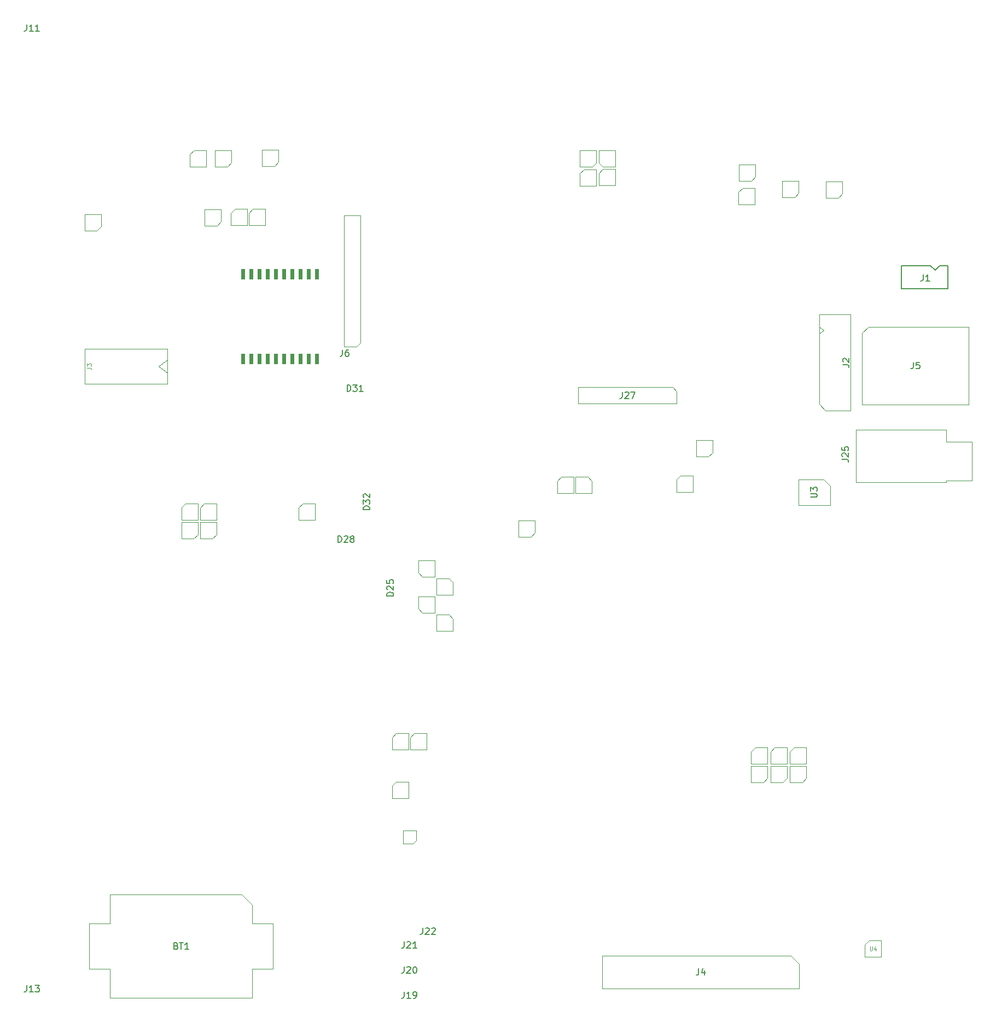
<source format=gbr>
G04 #@! TF.GenerationSoftware,KiCad,Pcbnew,(5.99.0-10559-g8513ca974c)*
G04 #@! TF.CreationDate,2021-11-29T17:43:12+02:00*
G04 #@! TF.ProjectId,hellen64_NB1,68656c6c-656e-4363-945f-4e42312e6b69,b*
G04 #@! TF.SameCoordinates,PX141ef50PYa2cc1bc*
G04 #@! TF.FileFunction,AssemblyDrawing,Top*
%FSLAX46Y46*%
G04 Gerber Fmt 4.6, Leading zero omitted, Abs format (unit mm)*
G04 Created by KiCad (PCBNEW (5.99.0-10559-g8513ca974c)) date 2021-11-29 17:43:12*
%MOMM*%
%LPD*%
G01*
G04 APERTURE LIST*
%ADD10C,0.150000*%
%ADD11C,0.090000*%
%ADD12C,0.120000*%
%ADD13C,0.100000*%
%ADD14C,0.010000*%
G04 APERTURE END LIST*
D10*
G04 #@! TO.C,J27*
X96692156Y97552960D02*
X96692156Y96838674D01*
X96644537Y96695817D01*
X96549299Y96600579D01*
X96406441Y96552960D01*
X96311203Y96552960D01*
X97120727Y97457721D02*
X97168346Y97505340D01*
X97263584Y97552960D01*
X97501680Y97552960D01*
X97596918Y97505340D01*
X97644537Y97457721D01*
X97692156Y97362483D01*
X97692156Y97267245D01*
X97644537Y97124388D01*
X97073108Y96552960D01*
X97692156Y96552960D01*
X98025489Y97552960D02*
X98692156Y97552960D01*
X98263584Y96552960D01*
G04 #@! TO.C,J19*
X62910135Y4683661D02*
X62910135Y3969375D01*
X62862516Y3826518D01*
X62767278Y3731280D01*
X62624420Y3683661D01*
X62529182Y3683661D01*
X63910135Y3683661D02*
X63338706Y3683661D01*
X63624420Y3683661D02*
X63624420Y4683661D01*
X63529182Y4540803D01*
X63433944Y4445565D01*
X63338706Y4397946D01*
X64386325Y3683661D02*
X64576801Y3683661D01*
X64672039Y3731280D01*
X64719659Y3778899D01*
X64814897Y3921756D01*
X64862516Y4112232D01*
X64862516Y4493184D01*
X64814897Y4588422D01*
X64767278Y4636041D01*
X64672039Y4683661D01*
X64481563Y4683661D01*
X64386325Y4636041D01*
X64338706Y4588422D01*
X64291087Y4493184D01*
X64291087Y4255089D01*
X64338706Y4159851D01*
X64386325Y4112232D01*
X64481563Y4064613D01*
X64672039Y4064613D01*
X64767278Y4112232D01*
X64814897Y4159851D01*
X64862516Y4255089D01*
G04 #@! TO.C,D28*
X52682394Y74252960D02*
X52682394Y75252960D01*
X52920489Y75252960D01*
X53063346Y75205340D01*
X53158584Y75110102D01*
X53206203Y75014864D01*
X53253822Y74824388D01*
X53253822Y74681531D01*
X53206203Y74491055D01*
X53158584Y74395817D01*
X53063346Y74300579D01*
X52920489Y74252960D01*
X52682394Y74252960D01*
X53634775Y75157721D02*
X53682394Y75205340D01*
X53777632Y75252960D01*
X54015727Y75252960D01*
X54110965Y75205340D01*
X54158584Y75157721D01*
X54206203Y75062483D01*
X54206203Y74967245D01*
X54158584Y74824388D01*
X53587156Y74252960D01*
X54206203Y74252960D01*
X54777632Y74824388D02*
X54682394Y74872007D01*
X54634775Y74919626D01*
X54587156Y75014864D01*
X54587156Y75062483D01*
X54634775Y75157721D01*
X54682394Y75205340D01*
X54777632Y75252960D01*
X54968108Y75252960D01*
X55063346Y75205340D01*
X55110965Y75157721D01*
X55158584Y75062483D01*
X55158584Y75014864D01*
X55110965Y74919626D01*
X55063346Y74872007D01*
X54968108Y74824388D01*
X54777632Y74824388D01*
X54682394Y74776769D01*
X54634775Y74729150D01*
X54587156Y74633912D01*
X54587156Y74443436D01*
X54634775Y74348198D01*
X54682394Y74300579D01*
X54777632Y74252960D01*
X54968108Y74252960D01*
X55063346Y74300579D01*
X55110965Y74348198D01*
X55158584Y74443436D01*
X55158584Y74633912D01*
X55110965Y74729150D01*
X55063346Y74776769D01*
X54968108Y74824388D01*
G04 #@! TO.C,J20*
X62910135Y8556463D02*
X62910135Y7842177D01*
X62862516Y7699320D01*
X62767278Y7604082D01*
X62624420Y7556463D01*
X62529182Y7556463D01*
X63338706Y8461224D02*
X63386325Y8508843D01*
X63481563Y8556463D01*
X63719659Y8556463D01*
X63814897Y8508843D01*
X63862516Y8461224D01*
X63910135Y8365986D01*
X63910135Y8270748D01*
X63862516Y8127891D01*
X63291087Y7556463D01*
X63910135Y7556463D01*
X64529182Y8556463D02*
X64624420Y8556463D01*
X64719659Y8508843D01*
X64767278Y8461224D01*
X64814897Y8365986D01*
X64862516Y8175510D01*
X64862516Y7937415D01*
X64814897Y7746939D01*
X64767278Y7651701D01*
X64719659Y7604082D01*
X64624420Y7556463D01*
X64529182Y7556463D01*
X64433944Y7604082D01*
X64386325Y7651701D01*
X64338706Y7746939D01*
X64291087Y7937415D01*
X64291087Y8175510D01*
X64338706Y8365986D01*
X64386325Y8461224D01*
X64433944Y8508843D01*
X64529182Y8556463D01*
G04 #@! TO.C,J1*
X143268346Y115727960D02*
X143268346Y115013674D01*
X143220727Y114870817D01*
X143125489Y114775579D01*
X142982632Y114727960D01*
X142887394Y114727960D01*
X144268346Y114727960D02*
X143696918Y114727960D01*
X143982632Y114727960D02*
X143982632Y115727960D01*
X143887394Y115585102D01*
X143792156Y115489864D01*
X143696918Y115442245D01*
G04 #@! TO.C,J6*
X53368346Y104077960D02*
X53368346Y103363674D01*
X53320727Y103220817D01*
X53225489Y103125579D01*
X53082632Y103077960D01*
X52987394Y103077960D01*
X54273108Y104077960D02*
X54082632Y104077960D01*
X53987394Y104030340D01*
X53939775Y103982721D01*
X53844537Y103839864D01*
X53796918Y103649388D01*
X53796918Y103268436D01*
X53844537Y103173198D01*
X53892156Y103125579D01*
X53987394Y103077960D01*
X54177870Y103077960D01*
X54273108Y103125579D01*
X54320727Y103173198D01*
X54368346Y103268436D01*
X54368346Y103506531D01*
X54320727Y103601769D01*
X54273108Y103649388D01*
X54177870Y103697007D01*
X53987394Y103697007D01*
X53892156Y103649388D01*
X53844537Y103601769D01*
X53796918Y103506531D01*
G04 #@! TO.C,J5*
X141743346Y102152960D02*
X141743346Y101438674D01*
X141695727Y101295817D01*
X141600489Y101200579D01*
X141457632Y101152960D01*
X141362394Y101152960D01*
X142695727Y102152960D02*
X142219537Y102152960D01*
X142171918Y101676769D01*
X142219537Y101724388D01*
X142314775Y101772007D01*
X142552870Y101772007D01*
X142648108Y101724388D01*
X142695727Y101676769D01*
X142743346Y101581531D01*
X142743346Y101343436D01*
X142695727Y101248198D01*
X142648108Y101200579D01*
X142552870Y101152960D01*
X142314775Y101152960D01*
X142219537Y101200579D01*
X142171918Y101248198D01*
G04 #@! TO.C,J13*
X4490476Y5647620D02*
X4490476Y4933334D01*
X4442857Y4790477D01*
X4347619Y4695239D01*
X4204761Y4647620D01*
X4109523Y4647620D01*
X5490476Y4647620D02*
X4919047Y4647620D01*
X5204761Y4647620D02*
X5204761Y5647620D01*
X5109523Y5504762D01*
X5014285Y5409524D01*
X4919047Y5361905D01*
X5823809Y5647620D02*
X6442857Y5647620D01*
X6109523Y5266667D01*
X6252380Y5266667D01*
X6347619Y5219048D01*
X6395238Y5171429D01*
X6442857Y5076191D01*
X6442857Y4838096D01*
X6395238Y4742858D01*
X6347619Y4695239D01*
X6252380Y4647620D01*
X5966666Y4647620D01*
X5871428Y4695239D01*
X5823809Y4742858D01*
G04 #@! TO.C,J22*
X65790476Y14547620D02*
X65790476Y13833334D01*
X65742857Y13690477D01*
X65647619Y13595239D01*
X65504761Y13547620D01*
X65409523Y13547620D01*
X66219047Y14452381D02*
X66266666Y14500000D01*
X66361904Y14547620D01*
X66600000Y14547620D01*
X66695238Y14500000D01*
X66742857Y14452381D01*
X66790476Y14357143D01*
X66790476Y14261905D01*
X66742857Y14119048D01*
X66171428Y13547620D01*
X66790476Y13547620D01*
X67171428Y14452381D02*
X67219047Y14500000D01*
X67314285Y14547620D01*
X67552380Y14547620D01*
X67647619Y14500000D01*
X67695238Y14452381D01*
X67742857Y14357143D01*
X67742857Y14261905D01*
X67695238Y14119048D01*
X67123809Y13547620D01*
X67742857Y13547620D01*
G04 #@! TO.C,BT1*
X27615965Y11776769D02*
X27758822Y11729150D01*
X27806441Y11681531D01*
X27854060Y11586293D01*
X27854060Y11443436D01*
X27806441Y11348198D01*
X27758822Y11300579D01*
X27663584Y11252960D01*
X27282632Y11252960D01*
X27282632Y12252960D01*
X27615965Y12252960D01*
X27711203Y12205340D01*
X27758822Y12157721D01*
X27806441Y12062483D01*
X27806441Y11967245D01*
X27758822Y11872007D01*
X27711203Y11824388D01*
X27615965Y11776769D01*
X27282632Y11776769D01*
X28139775Y12252960D02*
X28711203Y12252960D01*
X28425489Y11252960D02*
X28425489Y12252960D01*
X29568346Y11252960D02*
X28996918Y11252960D01*
X29282632Y11252960D02*
X29282632Y12252960D01*
X29187394Y12110102D01*
X29092156Y12014864D01*
X28996918Y11967245D01*
G04 #@! TO.C,J25*
X130702380Y87115477D02*
X131416666Y87115477D01*
X131559523Y87067858D01*
X131654761Y86972620D01*
X131702380Y86829762D01*
X131702380Y86734524D01*
X130797619Y87544048D02*
X130750000Y87591667D01*
X130702380Y87686905D01*
X130702380Y87925000D01*
X130750000Y88020239D01*
X130797619Y88067858D01*
X130892857Y88115477D01*
X130988095Y88115477D01*
X131130952Y88067858D01*
X131702380Y87496429D01*
X131702380Y88115477D01*
X130702380Y89020239D02*
X130702380Y88544048D01*
X131178571Y88496429D01*
X131130952Y88544048D01*
X131083333Y88639286D01*
X131083333Y88877381D01*
X131130952Y88972620D01*
X131178571Y89020239D01*
X131273809Y89067858D01*
X131511904Y89067858D01*
X131607142Y89020239D01*
X131654761Y88972620D01*
X131702380Y88877381D01*
X131702380Y88639286D01*
X131654761Y88544048D01*
X131607142Y88496429D01*
G04 #@! TO.C,U3*
X125865013Y81258674D02*
X126658346Y81258674D01*
X126751680Y81305340D01*
X126798346Y81352007D01*
X126845013Y81445340D01*
X126845013Y81632007D01*
X126798346Y81725340D01*
X126751680Y81772007D01*
X126658346Y81818674D01*
X125865013Y81818674D01*
X125865013Y82192007D02*
X125865013Y82798674D01*
X126238346Y82472007D01*
X126238346Y82612007D01*
X126285013Y82705340D01*
X126331680Y82752007D01*
X126425013Y82798674D01*
X126658346Y82798674D01*
X126751680Y82752007D01*
X126798346Y82705340D01*
X126845013Y82612007D01*
X126845013Y82332007D01*
X126798346Y82238674D01*
X126751680Y82192007D01*
D11*
G04 #@! TO.C,U4*
X135029299Y11669864D02*
X135029299Y11167960D01*
X135058822Y11108912D01*
X135088346Y11079388D01*
X135147394Y11049864D01*
X135265489Y11049864D01*
X135324537Y11079388D01*
X135354060Y11108912D01*
X135383584Y11167960D01*
X135383584Y11669864D01*
X135944537Y11463198D02*
X135944537Y11049864D01*
X135796918Y11699388D02*
X135649299Y11256531D01*
X136033108Y11256531D01*
D10*
G04 #@! TO.C,D31*
X54087394Y97652960D02*
X54087394Y98652960D01*
X54325489Y98652960D01*
X54468346Y98605340D01*
X54563584Y98510102D01*
X54611203Y98414864D01*
X54658822Y98224388D01*
X54658822Y98081531D01*
X54611203Y97891055D01*
X54563584Y97795817D01*
X54468346Y97700579D01*
X54325489Y97652960D01*
X54087394Y97652960D01*
X54992156Y98652960D02*
X55611203Y98652960D01*
X55277870Y98272007D01*
X55420727Y98272007D01*
X55515965Y98224388D01*
X55563584Y98176769D01*
X55611203Y98081531D01*
X55611203Y97843436D01*
X55563584Y97748198D01*
X55515965Y97700579D01*
X55420727Y97652960D01*
X55135013Y97652960D01*
X55039775Y97700579D01*
X54992156Y97748198D01*
X56563584Y97652960D02*
X55992156Y97652960D01*
X56277870Y97652960D02*
X56277870Y98652960D01*
X56182632Y98510102D01*
X56087394Y98414864D01*
X55992156Y98367245D01*
G04 #@! TO.C,J11*
X4490476Y154447620D02*
X4490476Y153733334D01*
X4442857Y153590477D01*
X4347619Y153495239D01*
X4204761Y153447620D01*
X4109523Y153447620D01*
X5490476Y153447620D02*
X4919047Y153447620D01*
X5204761Y153447620D02*
X5204761Y154447620D01*
X5109523Y154304762D01*
X5014285Y154209524D01*
X4919047Y154161905D01*
X6442857Y153447620D02*
X5871428Y153447620D01*
X6157142Y153447620D02*
X6157142Y154447620D01*
X6061904Y154304762D01*
X5966666Y154209524D01*
X5871428Y154161905D01*
D12*
G04 #@! TO.C,J3*
X13816666Y101266667D02*
X14316666Y101266667D01*
X14416666Y101233334D01*
X14483333Y101166667D01*
X14516666Y101066667D01*
X14516666Y101000000D01*
X13816666Y101533334D02*
X13816666Y101966667D01*
X14083333Y101733334D01*
X14083333Y101833334D01*
X14116666Y101900000D01*
X14150000Y101933334D01*
X14216666Y101966667D01*
X14383333Y101966667D01*
X14450000Y101933334D01*
X14483333Y101900000D01*
X14516666Y101833334D01*
X14516666Y101633334D01*
X14483333Y101566667D01*
X14450000Y101533334D01*
D10*
G04 #@! TO.C,J4*
X108520706Y8266840D02*
X108520706Y7552554D01*
X108473087Y7409697D01*
X108377849Y7314459D01*
X108234992Y7266840D01*
X108139754Y7266840D01*
X109425468Y7933506D02*
X109425468Y7266840D01*
X109187373Y8314459D02*
X108949278Y7600173D01*
X109568325Y7600173D01*
G04 #@! TO.C,J21*
X62917156Y12427960D02*
X62917156Y11713674D01*
X62869537Y11570817D01*
X62774299Y11475579D01*
X62631441Y11427960D01*
X62536203Y11427960D01*
X63345727Y12332721D02*
X63393346Y12380340D01*
X63488584Y12427960D01*
X63726680Y12427960D01*
X63821918Y12380340D01*
X63869537Y12332721D01*
X63917156Y12237483D01*
X63917156Y12142245D01*
X63869537Y11999388D01*
X63298108Y11427960D01*
X63917156Y11427960D01*
X64869537Y11427960D02*
X64298108Y11427960D01*
X64583822Y11427960D02*
X64583822Y12427960D01*
X64488584Y12285102D01*
X64393346Y12189864D01*
X64298108Y12142245D01*
G04 #@! TO.C,D25*
X61254060Y65986055D02*
X60254060Y65986055D01*
X60254060Y66224150D01*
X60301680Y66367007D01*
X60396918Y66462245D01*
X60492156Y66509864D01*
X60682632Y66557483D01*
X60825489Y66557483D01*
X61015965Y66509864D01*
X61111203Y66462245D01*
X61206441Y66367007D01*
X61254060Y66224150D01*
X61254060Y65986055D01*
X60349299Y66938436D02*
X60301680Y66986055D01*
X60254060Y67081293D01*
X60254060Y67319388D01*
X60301680Y67414626D01*
X60349299Y67462245D01*
X60444537Y67509864D01*
X60539775Y67509864D01*
X60682632Y67462245D01*
X61254060Y66890817D01*
X61254060Y67509864D01*
X60254060Y68414626D02*
X60254060Y67938436D01*
X60730251Y67890817D01*
X60682632Y67938436D01*
X60635013Y68033674D01*
X60635013Y68271769D01*
X60682632Y68367007D01*
X60730251Y68414626D01*
X60825489Y68462245D01*
X61063584Y68462245D01*
X61158822Y68414626D01*
X61206441Y68367007D01*
X61254060Y68271769D01*
X61254060Y68033674D01*
X61206441Y67938436D01*
X61158822Y67890817D01*
G04 #@! TO.C,D32*
X57604060Y79321055D02*
X56604060Y79321055D01*
X56604060Y79559150D01*
X56651680Y79702007D01*
X56746918Y79797245D01*
X56842156Y79844864D01*
X57032632Y79892483D01*
X57175489Y79892483D01*
X57365965Y79844864D01*
X57461203Y79797245D01*
X57556441Y79702007D01*
X57604060Y79559150D01*
X57604060Y79321055D01*
X56604060Y80225817D02*
X56604060Y80844864D01*
X56985013Y80511531D01*
X56985013Y80654388D01*
X57032632Y80749626D01*
X57080251Y80797245D01*
X57175489Y80844864D01*
X57413584Y80844864D01*
X57508822Y80797245D01*
X57556441Y80749626D01*
X57604060Y80654388D01*
X57604060Y80368674D01*
X57556441Y80273436D01*
X57508822Y80225817D01*
X56699299Y81225817D02*
X56651680Y81273436D01*
X56604060Y81368674D01*
X56604060Y81606769D01*
X56651680Y81702007D01*
X56699299Y81749626D01*
X56794537Y81797245D01*
X56889775Y81797245D01*
X57032632Y81749626D01*
X57604060Y81178198D01*
X57604060Y81797245D01*
G04 #@! TO.C,J2*
X130804060Y101772007D02*
X131518346Y101772007D01*
X131661203Y101724388D01*
X131756441Y101629150D01*
X131804060Y101486293D01*
X131804060Y101391055D01*
X130899299Y102200579D02*
X130851680Y102248198D01*
X130804060Y102343436D01*
X130804060Y102581531D01*
X130851680Y102676769D01*
X130899299Y102724388D01*
X130994537Y102772007D01*
X131089775Y102772007D01*
X131232632Y102724388D01*
X131804060Y102152960D01*
X131804060Y102772007D01*
D13*
G04 #@! TO.C,P5*
X61032380Y34640220D02*
X61032380Y36545220D01*
X61032380Y36545220D02*
X61667380Y37180220D01*
X63572380Y37180220D02*
X63572380Y34640220D01*
X61667380Y37180220D02*
X63572380Y37180220D01*
X63572380Y34640220D02*
X61032380Y34640220D01*
G04 #@! TO.C,P6*
X61667380Y44682400D02*
X63572380Y44682400D01*
X61032380Y42142400D02*
X61032380Y44047400D01*
X63572380Y44682400D02*
X63572380Y42142400D01*
X63572380Y42142400D02*
X61032380Y42142400D01*
X61032380Y44047400D02*
X61667380Y44682400D01*
G04 #@! TO.C,P47*
X41396680Y123335340D02*
X38856680Y123335340D01*
X41396680Y125875340D02*
X41396680Y123335340D01*
X38856680Y123335340D02*
X38856680Y125240340D01*
X38856680Y125240340D02*
X39491680Y125875340D01*
X39491680Y125875340D02*
X41396680Y125875340D01*
G04 #@! TO.C,J27*
X105121680Y95735340D02*
X89881680Y95735340D01*
X89881680Y95735340D02*
X89881680Y98275340D01*
X105121680Y97640340D02*
X105121680Y95735340D01*
X104486680Y98275340D02*
X105121680Y97640340D01*
X89881680Y98275340D02*
X104486680Y98275340D01*
G04 #@! TO.C,P19*
X114681680Y126585340D02*
X114681680Y128490340D01*
X117221680Y129125340D02*
X117221680Y126585340D01*
X117221680Y126585340D02*
X114681680Y126585340D01*
X114681680Y128490340D02*
X115316680Y129125340D01*
X115316680Y129125340D02*
X117221680Y129125340D01*
G04 #@! TO.C,P10*
X90131680Y129485340D02*
X90131680Y131390340D01*
X92671680Y129485340D02*
X90131680Y129485340D01*
X92671680Y132025340D02*
X92671680Y129485340D01*
X90131680Y131390340D02*
X90766680Y132025340D01*
X90766680Y132025340D02*
X92671680Y132025340D01*
G04 #@! TO.C,P12*
X30971680Y80275340D02*
X30971680Y77735340D01*
X30971680Y77735340D02*
X28431680Y77735340D01*
X29066680Y80275340D02*
X30971680Y80275340D01*
X28431680Y79640340D02*
X29066680Y80275340D01*
X28431680Y77735340D02*
X28431680Y79640340D01*
G04 #@! TO.C,P15*
X92036680Y132410340D02*
X90131680Y132410340D01*
X90131680Y134950340D02*
X92671680Y134950340D01*
X92671680Y134950340D02*
X92671680Y133045340D01*
X90131680Y132410340D02*
X90131680Y134950340D01*
X92671680Y133045340D02*
X92036680Y132410340D01*
G04 #@! TO.C,P56*
X43470000Y135050340D02*
X43470000Y133145340D01*
X40930000Y132510340D02*
X40930000Y135050340D01*
X42835000Y132510340D02*
X40930000Y132510340D01*
X43470000Y133145340D02*
X42835000Y132510340D01*
X40930000Y135050340D02*
X43470000Y135050340D01*
G04 #@! TO.C,P52*
X130129479Y127630000D02*
X128224479Y127630000D01*
X130764479Y128265000D02*
X130129479Y127630000D01*
X128224479Y127630000D02*
X128224479Y130170000D01*
X130764479Y130170000D02*
X130764479Y128265000D01*
X128224479Y130170000D02*
X130764479Y130170000D01*
G04 #@! TO.C,P44*
X89456680Y81860340D02*
X89456680Y84400340D01*
X91996680Y83765340D02*
X91996680Y81860340D01*
X91996680Y81860340D02*
X89456680Y81860340D01*
X89456680Y84400340D02*
X91361680Y84400340D01*
X91361680Y84400340D02*
X91996680Y83765340D01*
G04 #@! TO.C,P13*
X31331680Y77375340D02*
X33871680Y77375340D01*
X33871680Y75470340D02*
X33236680Y74835340D01*
X31331680Y74835340D02*
X31331680Y77375340D01*
X33871680Y77375340D02*
X33871680Y75470340D01*
X33236680Y74835340D02*
X31331680Y74835340D01*
G04 #@! TO.C,P29*
X119631680Y41840340D02*
X120266680Y42475340D01*
X122171680Y39935340D02*
X119631680Y39935340D01*
X120266680Y42475340D02*
X122171680Y42475340D01*
X119631680Y39935340D02*
X119631680Y41840340D01*
X122171680Y42475340D02*
X122171680Y39935340D01*
D10*
G04 #@! TO.C,J1*
X139901680Y113580340D02*
X139901680Y117080340D01*
X144401680Y117080340D02*
X139901680Y117080340D01*
X139901680Y113580340D02*
X147101680Y113580340D01*
X147101680Y117080340D02*
X147101680Y113580340D01*
X145801680Y117080340D02*
X145101680Y116380340D01*
X145101680Y116380340D02*
X144401680Y117080340D01*
X147101680Y117080340D02*
X145801680Y117080340D01*
D13*
G04 #@! TO.C,J6*
X55536680Y104560340D02*
X53631680Y104560340D01*
X53631680Y124880340D02*
X56171680Y124880340D01*
X56171680Y124880340D02*
X56171680Y105195340D01*
X53631680Y104560340D02*
X53631680Y124880340D01*
X56171680Y105195340D02*
X55536680Y104560340D01*
G04 #@! TO.C,P30*
X121536680Y37100220D02*
X119631680Y37100220D01*
X119631680Y39640220D02*
X122171680Y39640220D01*
X122171680Y37735220D02*
X121536680Y37100220D01*
X122171680Y39640220D02*
X122171680Y37735220D01*
X119631680Y37100220D02*
X119631680Y39640220D01*
G04 #@! TO.C,J5*
X134826680Y107655340D02*
X150326680Y107655340D01*
X150326680Y95555340D02*
X133826680Y95555340D01*
X150326680Y107655340D02*
X150326680Y95555340D01*
X133826680Y95555340D02*
X133826680Y106655340D01*
X133826680Y106655340D02*
X134826680Y107655340D01*
G04 #@! TO.C,P4*
X66382640Y44680220D02*
X66382640Y42140220D01*
X64477640Y44680220D02*
X66382640Y44680220D01*
X66382640Y42140220D02*
X63842640Y42140220D01*
X63842640Y44045220D02*
X64477640Y44680220D01*
X63842640Y42140220D02*
X63842640Y44045220D01*
G04 #@! TO.C,P25*
X122631680Y39640220D02*
X125171680Y39640220D01*
X122631680Y37100220D02*
X122631680Y39640220D01*
X124536680Y37100220D02*
X122631680Y37100220D01*
X125171680Y37735220D02*
X124536680Y37100220D01*
X125171680Y39640220D02*
X125171680Y37735220D01*
G04 #@! TO.C,P55*
X116661680Y130235340D02*
X114756680Y130235340D01*
X114756680Y132775340D02*
X117296680Y132775340D01*
X117296680Y132775340D02*
X117296680Y130870340D01*
X114756680Y130235340D02*
X114756680Y132775340D01*
X117296680Y130870340D02*
X116661680Y130235340D01*
G04 #@! TO.C,P17*
X70471680Y62440340D02*
X70471680Y60535340D01*
X67931680Y60535340D02*
X67931680Y63075340D01*
X67931680Y63075340D02*
X69836680Y63075340D01*
X69836680Y63075340D02*
X70471680Y62440340D01*
X70471680Y60535340D02*
X67931680Y60535340D01*
G04 #@! TO.C,P11*
X30971680Y77375340D02*
X30971680Y75470340D01*
X28431680Y74835340D02*
X28431680Y77375340D01*
X30336680Y74835340D02*
X28431680Y74835340D01*
X28431680Y77375340D02*
X30971680Y77375340D01*
X30971680Y75470340D02*
X30336680Y74835340D01*
G04 #@! TO.C,P50*
X32321680Y134975340D02*
X32321680Y132435340D01*
X30416680Y134975340D02*
X32321680Y134975340D01*
X32321680Y132435340D02*
X29781680Y132435340D01*
X29781680Y132435340D02*
X29781680Y134340340D01*
X29781680Y134340340D02*
X30416680Y134975340D01*
G04 #@! TO.C,P28*
X83183040Y75771220D02*
X82548040Y75136220D01*
X82548040Y75136220D02*
X80643040Y75136220D01*
X80643040Y75136220D02*
X80643040Y77676220D01*
X83183040Y77676220D02*
X83183040Y75771220D01*
X80643040Y77676220D02*
X83183040Y77676220D01*
G04 #@! TO.C,P24*
X125171680Y39935340D02*
X122631680Y39935340D01*
X122631680Y39935340D02*
X122631680Y41840340D01*
X125171680Y42475340D02*
X125171680Y39935340D01*
X122631680Y41840340D02*
X123266680Y42475340D01*
X123266680Y42475340D02*
X125171680Y42475340D01*
G04 #@! TO.C,P8*
X93666680Y132075340D02*
X95571680Y132075340D01*
X93031680Y131440340D02*
X93666680Y132075340D01*
X93031680Y129535340D02*
X93031680Y131440340D01*
X95571680Y132075340D02*
X95571680Y129535340D01*
X95571680Y129535340D02*
X93031680Y129535340D01*
G04 #@! TO.C,P48*
X33656680Y134975340D02*
X36196680Y134975340D01*
X35561680Y132435340D02*
X33656680Y132435340D01*
X33656680Y132435340D02*
X33656680Y134975340D01*
X36196680Y134975340D02*
X36196680Y133070340D01*
X36196680Y133070340D02*
X35561680Y132435340D01*
G04 #@! TO.C,P32*
X119171680Y39640220D02*
X119171680Y37735220D01*
X118536680Y37100220D02*
X116631680Y37100220D01*
X119171680Y37735220D02*
X118536680Y37100220D01*
X116631680Y39640220D02*
X119171680Y39640220D01*
X116631680Y37100220D02*
X116631680Y39640220D01*
G04 #@! TO.C,U1*
X62801680Y29605340D02*
X64801680Y29605340D01*
X64801680Y28105340D02*
X64301680Y27605340D01*
X64301680Y27605340D02*
X62801680Y27605340D01*
X62801680Y27605340D02*
X62801680Y29605340D01*
X64801680Y29605340D02*
X64801680Y28105340D01*
G04 #@! TO.C,BT1*
X42601680Y8205340D02*
X39401680Y8205340D01*
X17401680Y19705340D02*
X37801680Y19705340D01*
X17401680Y15205340D02*
X14201680Y15205340D01*
X17401680Y3705340D02*
X17401680Y8205340D01*
X17401680Y19705340D02*
X17401680Y15205340D01*
X39401680Y3705340D02*
X39401680Y8205340D01*
X39401680Y18105340D02*
X39401680Y15205340D01*
X14201680Y15205340D02*
X14201680Y8205340D01*
X39401680Y15205340D02*
X42601680Y15205340D01*
X42601680Y15205340D02*
X42601680Y8205340D01*
X17401680Y3705340D02*
X39401680Y3705340D01*
X14201680Y8205340D02*
X17401680Y8205340D01*
X37801680Y19705340D02*
X39401680Y18105340D01*
G04 #@! TO.C,P9*
X95571680Y132410340D02*
X93666680Y132410340D01*
X93666680Y132410340D02*
X93031680Y133045340D01*
X93031680Y133045340D02*
X93031680Y134950340D01*
X93031680Y134950340D02*
X95571680Y134950340D01*
X95571680Y134950340D02*
X95571680Y132410340D01*
G04 #@! TO.C,J25*
X146826680Y91731997D02*
X146826680Y89831997D01*
X132826680Y83531997D02*
X132826680Y91731997D01*
X146826680Y83831997D02*
X146826680Y83531997D01*
X150826680Y89831997D02*
X150826680Y83831997D01*
X150826680Y83831997D02*
X146826680Y83831997D01*
X146826680Y83531997D02*
X132826680Y83531997D01*
X132826680Y91731997D02*
X146826680Y91731997D01*
X146826680Y89831997D02*
X150826680Y89831997D01*
G04 #@! TO.C,P23*
X46631680Y79640340D02*
X47266680Y80275340D01*
X47266680Y80275340D02*
X49171680Y80275340D01*
X46631680Y77735340D02*
X46631680Y79640340D01*
X49171680Y77735340D02*
X46631680Y77735340D01*
X49171680Y80275340D02*
X49171680Y77735340D01*
G04 #@! TO.C,U3*
X127876680Y83955340D02*
X128851680Y82980340D01*
X128851680Y82980340D02*
X128851680Y80055340D01*
X123951680Y83955340D02*
X127876680Y83955340D01*
X128851680Y80055340D02*
X123951680Y80055340D01*
X123951680Y80055340D02*
X123951680Y83955340D01*
G04 #@! TO.C,U4*
X134251680Y10080340D02*
X134251680Y11955340D01*
X136751680Y10080340D02*
X134251680Y10080340D01*
X136751680Y12580340D02*
X136751680Y10080340D01*
X134876680Y12580340D02*
X136751680Y12580340D01*
X134251680Y11955340D02*
X134876680Y12580340D01*
G04 #@! TO.C,P14*
X31331680Y79619220D02*
X31966680Y80254220D01*
X33871680Y80254220D02*
X33871680Y77714220D01*
X33871680Y77714220D02*
X31331680Y77714220D01*
X31331680Y77714220D02*
X31331680Y79619220D01*
X31966680Y80254220D02*
X33871680Y80254220D01*
G04 #@! TO.C,P22*
X69836680Y68675340D02*
X70471680Y68040340D01*
X70471680Y68040340D02*
X70471680Y66135340D01*
X67931680Y68675340D02*
X69836680Y68675340D01*
X70471680Y66135340D02*
X67931680Y66135340D01*
X67931680Y66135340D02*
X67931680Y68675340D01*
G04 #@! TO.C,P20*
X65131680Y69570340D02*
X65131680Y71475340D01*
X65766680Y68935340D02*
X65131680Y69570340D01*
X65131680Y71475340D02*
X67671680Y71475340D01*
X67671680Y68935340D02*
X65766680Y68935340D01*
X67671680Y71475340D02*
X67671680Y68935340D01*
G04 #@! TO.C,P18*
X65766680Y63335340D02*
X65131680Y63970340D01*
X67671680Y65875340D02*
X67671680Y63335340D01*
X65131680Y65875340D02*
X67671680Y65875340D01*
X67671680Y63335340D02*
X65766680Y63335340D01*
X65131680Y63970340D02*
X65131680Y65875340D01*
G04 #@! TO.C,J3*
X26300000Y98800000D02*
X26300000Y104200000D01*
X13500000Y98800000D02*
X26300000Y98800000D01*
X24885786Y101500000D02*
X26300000Y102500000D01*
X26300000Y100500000D02*
X24885786Y101500000D01*
X26300000Y104200000D02*
X13500000Y104200000D01*
X13500000Y104200000D02*
X13500000Y98800000D01*
G04 #@! TO.C,P53*
X121455000Y127705000D02*
X121455000Y130245000D01*
X123360000Y127705000D02*
X121455000Y127705000D01*
X123995000Y130245000D02*
X123995000Y128340000D01*
X123995000Y128340000D02*
X123360000Y127705000D01*
X121455000Y130245000D02*
X123995000Y130245000D01*
G04 #@! TO.C,J4*
X93614040Y5179220D02*
X93614040Y10259220D01*
X122824040Y10259220D02*
X124094040Y8989220D01*
X124094040Y8989220D02*
X124094040Y5179220D01*
X93614040Y10259220D02*
X122824040Y10259220D01*
X124094040Y5179220D02*
X93614040Y5179220D01*
G04 #@! TO.C,P7*
X16021680Y125075340D02*
X16021680Y123170340D01*
X13481680Y125075340D02*
X16021680Y125075340D01*
X15386680Y122535340D02*
X13481680Y122535340D01*
X13481680Y122535340D02*
X13481680Y125075340D01*
X16021680Y123170340D02*
X15386680Y122535340D01*
G04 #@! TO.C,P38*
X105081680Y82060340D02*
X105081680Y83965340D01*
X107621680Y82060340D02*
X105081680Y82060340D01*
X107621680Y84600340D02*
X107621680Y82060340D01*
X105081680Y83965340D02*
X105716680Y84600340D01*
X105716680Y84600340D02*
X107621680Y84600340D01*
G04 #@! TO.C,P1*
X108131044Y90075340D02*
X110671044Y90075340D01*
X108131044Y87535340D02*
X108131044Y90075340D01*
X110671044Y88170340D02*
X110036044Y87535340D01*
X110671044Y90075340D02*
X110671044Y88170340D01*
X110036044Y87535340D02*
X108131044Y87535340D01*
G04 #@! TO.C,P49*
X38646680Y125875340D02*
X38646680Y123335340D01*
X36106680Y123335340D02*
X36106680Y125240340D01*
X36106680Y125240340D02*
X36741680Y125875340D01*
X38646680Y123335340D02*
X36106680Y123335340D01*
X36741680Y125875340D02*
X38646680Y125875340D01*
G04 #@! TO.C,P31*
X116631680Y41840340D02*
X117266680Y42475340D01*
X116631680Y39935340D02*
X116631680Y41840340D01*
X119171680Y42475340D02*
X119171680Y39935340D01*
X119171680Y39935340D02*
X116631680Y39935340D01*
X117266680Y42475340D02*
X119171680Y42475340D01*
G04 #@! TO.C,P43*
X87241680Y84400340D02*
X89146680Y84400340D01*
X86606680Y81860340D02*
X86606680Y83765340D01*
X86606680Y83765340D02*
X87241680Y84400340D01*
X89146680Y84400340D02*
X89146680Y81860340D01*
X89146680Y81860340D02*
X86606680Y81860340D01*
G04 #@! TO.C,P51*
X32056680Y125850340D02*
X34596680Y125850340D01*
X33961680Y123310340D02*
X32056680Y123310340D01*
X34596680Y123945340D02*
X33961680Y123310340D01*
X32056680Y123310340D02*
X32056680Y125850340D01*
X34596680Y125850340D02*
X34596680Y123945340D01*
D14*
G04 #@! TO.C,U5*
X46607590Y116575340D02*
X47096780Y116575340D01*
X47096780Y116575340D02*
X47096780Y115057430D01*
X47096780Y115057430D02*
X46607590Y115057430D01*
X46607590Y115057430D02*
X46607590Y116575340D01*
G36*
X47096780Y115057430D02*
G01*
X46607590Y115057430D01*
X46607590Y116575340D01*
X47096780Y116575340D01*
X47096780Y115057430D01*
G37*
X47096780Y115057430D02*
X46607590Y115057430D01*
X46607590Y116575340D01*
X47096780Y116575340D01*
X47096780Y115057430D01*
X38981350Y103455240D02*
X39476780Y103455240D01*
X39476780Y103455240D02*
X39476780Y101927170D01*
X39476780Y101927170D02*
X38981350Y101927170D01*
X38981350Y101927170D02*
X38981350Y103455240D01*
G36*
X39476780Y101927170D02*
G01*
X38981350Y101927170D01*
X38981350Y103455240D01*
X39476780Y103455240D01*
X39476780Y101927170D01*
G37*
X39476780Y101927170D02*
X38981350Y101927170D01*
X38981350Y103455240D01*
X39476780Y103455240D01*
X39476780Y101927170D01*
X45338350Y103455240D02*
X45826780Y103455240D01*
X45826780Y103455240D02*
X45826780Y101927540D01*
X45826780Y101927540D02*
X45338350Y101927540D01*
X45338350Y101927540D02*
X45338350Y103455240D01*
G36*
X45826780Y101927540D02*
G01*
X45338350Y101927540D01*
X45338350Y103455240D01*
X45826780Y103455240D01*
X45826780Y101927540D01*
G37*
X45826780Y101927540D02*
X45338350Y101927540D01*
X45338350Y103455240D01*
X45826780Y103455240D01*
X45826780Y101927540D01*
X37715060Y103455240D02*
X38206780Y103455240D01*
X38206780Y103455240D02*
X38206780Y101933470D01*
X38206780Y101933470D02*
X37715060Y101933470D01*
X37715060Y101933470D02*
X37715060Y103455240D01*
G36*
X38206780Y101933470D02*
G01*
X37715060Y101933470D01*
X37715060Y103455240D01*
X38206780Y103455240D01*
X38206780Y101933470D01*
G37*
X38206780Y101933470D02*
X37715060Y101933470D01*
X37715060Y103455240D01*
X38206780Y103455240D01*
X38206780Y101933470D01*
X47882400Y103455240D02*
X48366780Y103455240D01*
X48366780Y103455240D02*
X48366780Y101925190D01*
X48366780Y101925190D02*
X47882400Y101925190D01*
X47882400Y101925190D02*
X47882400Y103455240D01*
G36*
X48366780Y101925190D02*
G01*
X47882400Y101925190D01*
X47882400Y103455240D01*
X48366780Y103455240D01*
X48366780Y101925190D01*
G37*
X48366780Y101925190D02*
X47882400Y101925190D01*
X47882400Y103455240D01*
X48366780Y103455240D01*
X48366780Y101925190D01*
X46607680Y103455240D02*
X47096780Y103455240D01*
X47096780Y103455240D02*
X47096780Y101932600D01*
X47096780Y101932600D02*
X46607680Y101932600D01*
X46607680Y101932600D02*
X46607680Y103455240D01*
G36*
X47096780Y101932600D02*
G01*
X46607680Y101932600D01*
X46607680Y103455240D01*
X47096780Y103455240D01*
X47096780Y101932600D01*
G37*
X47096780Y101932600D02*
X46607680Y101932600D01*
X46607680Y103455240D01*
X47096780Y103455240D01*
X47096780Y101932600D01*
X37708020Y116575340D02*
X38206780Y116575340D01*
X38206780Y116575340D02*
X38206780Y115063770D01*
X38206780Y115063770D02*
X37708020Y115063770D01*
X37708020Y115063770D02*
X37708020Y116575340D01*
G36*
X38206780Y115063770D02*
G01*
X37708020Y115063770D01*
X37708020Y116575340D01*
X38206780Y116575340D01*
X38206780Y115063770D01*
G37*
X38206780Y115063770D02*
X37708020Y115063770D01*
X37708020Y116575340D01*
X38206780Y116575340D01*
X38206780Y115063770D01*
X42795093Y103455240D02*
X43286780Y103455240D01*
X43286780Y103455240D02*
X43286780Y101922970D01*
X43286780Y101922970D02*
X42795093Y101922970D01*
X42795093Y101922970D02*
X42795093Y103455240D01*
G36*
X43286780Y101922970D02*
G01*
X42795093Y101922970D01*
X42795093Y103455240D01*
X43286780Y103455240D01*
X43286780Y101922970D01*
G37*
X43286780Y101922970D02*
X42795093Y101922970D01*
X42795093Y103455240D01*
X43286780Y103455240D01*
X43286780Y101922970D01*
X45339530Y116575340D02*
X45826780Y116575340D01*
X45826780Y116575340D02*
X45826780Y115065730D01*
X45826780Y115065730D02*
X45339530Y115065730D01*
X45339530Y115065730D02*
X45339530Y116575340D01*
G36*
X45826780Y115065730D02*
G01*
X45339530Y115065730D01*
X45339530Y116575340D01*
X45826780Y116575340D01*
X45826780Y115065730D01*
G37*
X45826780Y115065730D02*
X45339530Y115065730D01*
X45339530Y116575340D01*
X45826780Y116575340D01*
X45826780Y115065730D01*
X41523230Y116575340D02*
X42016780Y116575340D01*
X42016780Y116575340D02*
X42016780Y115064480D01*
X42016780Y115064480D02*
X41523230Y115064480D01*
X41523230Y115064480D02*
X41523230Y116575340D01*
G36*
X42016780Y115064480D02*
G01*
X41523230Y115064480D01*
X41523230Y116575340D01*
X42016780Y116575340D01*
X42016780Y115064480D01*
G37*
X42016780Y115064480D02*
X41523230Y115064480D01*
X41523230Y116575340D01*
X42016780Y116575340D01*
X42016780Y115064480D01*
X38985810Y116575340D02*
X39476780Y116575340D01*
X39476780Y116575340D02*
X39476780Y115056390D01*
X39476780Y115056390D02*
X38985810Y115056390D01*
X38985810Y115056390D02*
X38985810Y116575340D01*
G36*
X39476780Y115056390D02*
G01*
X38985810Y115056390D01*
X38985810Y116575340D01*
X39476780Y116575340D01*
X39476780Y115056390D01*
G37*
X39476780Y115056390D02*
X38985810Y115056390D01*
X38985810Y116575340D01*
X39476780Y116575340D01*
X39476780Y115056390D01*
X44067221Y116575340D02*
X44556780Y116575340D01*
X44556780Y116575340D02*
X44556780Y115064980D01*
X44556780Y115064980D02*
X44067221Y115064980D01*
X44067221Y115064980D02*
X44067221Y116575340D01*
G36*
X44556780Y115064980D02*
G01*
X44067221Y115064980D01*
X44067221Y116575340D01*
X44556780Y116575340D01*
X44556780Y115064980D01*
G37*
X44556780Y115064980D02*
X44067221Y115064980D01*
X44067221Y116575340D01*
X44556780Y116575340D01*
X44556780Y115064980D01*
X41526110Y103455240D02*
X42016780Y103455240D01*
X42016780Y103455240D02*
X42016780Y101933740D01*
X42016780Y101933740D02*
X41526110Y101933740D01*
X41526110Y101933740D02*
X41526110Y103455240D01*
G36*
X42016780Y101933740D02*
G01*
X41526110Y101933740D01*
X41526110Y103455240D01*
X42016780Y103455240D01*
X42016780Y101933740D01*
G37*
X42016780Y101933740D02*
X41526110Y101933740D01*
X41526110Y103455240D01*
X42016780Y103455240D01*
X42016780Y101933740D01*
X49154560Y103455240D02*
X49636780Y103455240D01*
X49636780Y103455240D02*
X49636780Y101924670D01*
X49636780Y101924670D02*
X49154560Y101924670D01*
X49154560Y101924670D02*
X49154560Y103455240D01*
G36*
X49636780Y101924670D02*
G01*
X49154560Y101924670D01*
X49154560Y103455240D01*
X49636780Y103455240D01*
X49636780Y101924670D01*
G37*
X49636780Y101924670D02*
X49154560Y101924670D01*
X49154560Y103455240D01*
X49636780Y103455240D01*
X49636780Y101924670D01*
X42795990Y116575340D02*
X43286780Y116575340D01*
X43286780Y116575340D02*
X43286780Y115059330D01*
X43286780Y115059330D02*
X42795990Y115059330D01*
X42795990Y115059330D02*
X42795990Y116575340D01*
G36*
X43286780Y115059330D02*
G01*
X42795990Y115059330D01*
X42795990Y116575340D01*
X43286780Y116575340D01*
X43286780Y115059330D01*
G37*
X43286780Y115059330D02*
X42795990Y115059330D01*
X42795990Y116575340D01*
X43286780Y116575340D01*
X43286780Y115059330D01*
X49149860Y116575340D02*
X49636780Y116575340D01*
X49636780Y116575340D02*
X49636780Y115058920D01*
X49636780Y115058920D02*
X49149860Y115058920D01*
X49149860Y115058920D02*
X49149860Y116575340D01*
G36*
X49636780Y115058920D02*
G01*
X49149860Y115058920D01*
X49149860Y116575340D01*
X49636780Y116575340D01*
X49636780Y115058920D01*
G37*
X49636780Y115058920D02*
X49149860Y115058920D01*
X49149860Y116575340D01*
X49636780Y116575340D01*
X49636780Y115058920D01*
X44066634Y103455240D02*
X44556780Y103455240D01*
X44556780Y103455240D02*
X44556780Y101934330D01*
X44556780Y101934330D02*
X44066634Y101934330D01*
X44066634Y101934330D02*
X44066634Y103455240D01*
G36*
X44556780Y101934330D02*
G01*
X44066634Y101934330D01*
X44066634Y103455240D01*
X44556780Y103455240D01*
X44556780Y101934330D01*
G37*
X44556780Y101934330D02*
X44066634Y101934330D01*
X44066634Y103455240D01*
X44556780Y103455240D01*
X44556780Y101934330D01*
X40253650Y103455240D02*
X40746780Y103455240D01*
X40746780Y103455240D02*
X40746780Y101929080D01*
X40746780Y101929080D02*
X40253650Y101929080D01*
X40253650Y101929080D02*
X40253650Y103455240D01*
G36*
X40746780Y101929080D02*
G01*
X40253650Y101929080D01*
X40253650Y103455240D01*
X40746780Y103455240D01*
X40746780Y101929080D01*
G37*
X40746780Y101929080D02*
X40253650Y101929080D01*
X40253650Y103455240D01*
X40746780Y103455240D01*
X40746780Y101929080D01*
X47876580Y116575340D02*
X48366780Y116575340D01*
X48366780Y116575340D02*
X48366780Y115055440D01*
X48366780Y115055440D02*
X47876580Y115055440D01*
X47876580Y115055440D02*
X47876580Y116575340D01*
G36*
X48366780Y115055440D02*
G01*
X47876580Y115055440D01*
X47876580Y116575340D01*
X48366780Y116575340D01*
X48366780Y115055440D01*
G37*
X48366780Y115055440D02*
X47876580Y115055440D01*
X47876580Y116575340D01*
X48366780Y116575340D01*
X48366780Y115055440D01*
X40251510Y116575340D02*
X40746780Y116575340D01*
X40746780Y116575340D02*
X40746780Y115064040D01*
X40746780Y115064040D02*
X40251510Y115064040D01*
X40251510Y115064040D02*
X40251510Y116575340D01*
G36*
X40746780Y115064040D02*
G01*
X40251510Y115064040D01*
X40251510Y116575340D01*
X40746780Y116575340D01*
X40746780Y115064040D01*
G37*
X40746780Y115064040D02*
X40251510Y115064040D01*
X40251510Y116575340D01*
X40746780Y116575340D01*
X40746780Y115064040D01*
D13*
G04 #@! TO.C,J2*
X127858787Y107105340D02*
X127151680Y106605340D01*
X127151680Y109555340D02*
X127151680Y95655340D01*
X127151680Y107605340D02*
X127858787Y107105340D01*
X132051680Y94655340D02*
X132051680Y109555340D01*
X132051680Y109555340D02*
X127151680Y109555340D01*
X128151680Y94655340D02*
X132051680Y94655340D01*
X127151680Y95655340D02*
X128151680Y94655340D01*
G04 #@! TD*
M02*

</source>
